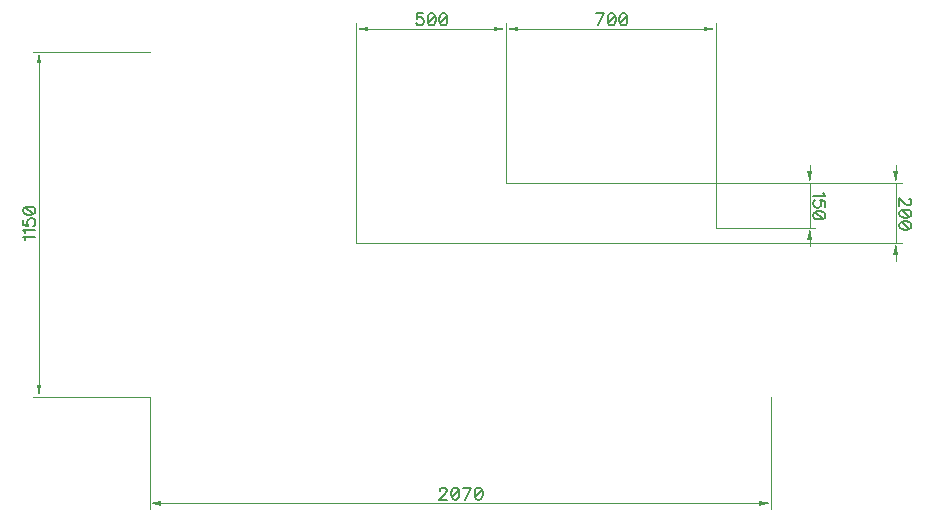
<source format=gbr>
G04 DipTrace 3.0.0.2*
G04 TopDimension.gbr*
%MOIN*%
G04 #@! TF.FileFunction,Drawing,Top*
G04 #@! TF.Part,Single*
%ADD13C,0.001378*%
%ADD82C,0.006176*%
%FSLAX26Y26*%
G04*
G70*
G90*
G75*
G01*
G04 TopDimension*
%LPD*%
X394000Y394000D2*
D13*
X5564D1*
X394000Y1544000D2*
X5564D1*
X25249Y969000D2*
Y433370D1*
G36*
Y394000D2*
X17375Y433370D1*
X33123D1*
X25249Y394000D1*
G37*
Y969000D2*
D13*
Y1504630D1*
G36*
Y1544000D2*
X33123Y1504630D1*
X17375D1*
X25249Y1544000D1*
G37*
X394000Y394000D2*
D13*
Y18066D1*
X2464000Y394000D2*
Y18066D1*
X1429000Y37751D2*
X433370D1*
G36*
X394000D2*
X433370Y45625D1*
Y29877D1*
X394000Y37751D1*
G37*
X1429000D2*
D13*
X2424630D1*
G36*
X2464000D2*
X2424630Y29877D1*
Y45625D1*
X2464000Y37751D1*
G37*
X1581500Y1106500D2*
D13*
Y1638685D1*
X2281500Y956500D2*
Y1638685D1*
X1931500Y1619000D2*
X1620870D1*
G36*
X1581500D2*
X1620870Y1626874D1*
Y1611126D1*
X1581500Y1619000D1*
G37*
X1931500D2*
D13*
X2242130D1*
G36*
X2281500D2*
X2242130Y1611126D1*
Y1626874D1*
X2281500Y1619000D1*
G37*
X1581500Y1106500D2*
D13*
X2613685D1*
X2281500Y956500D2*
X2613685D1*
X2594000Y1106500D2*
Y956500D1*
Y1165555D2*
Y1145870D1*
G36*
Y1106500D2*
X2586126Y1145870D1*
X2601874D1*
X2594000Y1106500D1*
G37*
Y897445D2*
D13*
Y917130D1*
G36*
Y956500D2*
X2601874Y917130D1*
X2586126D1*
X2594000Y956500D1*
G37*
X1081500Y906500D2*
D13*
X2901185D1*
X1581500Y1106500D2*
X2901185D1*
X2881500D2*
Y906500D1*
Y1165555D2*
Y1145870D1*
G36*
Y1106500D2*
X2873626Y1145870D1*
X2889374D1*
X2881500Y1106500D1*
G37*
Y847445D2*
D13*
Y867130D1*
G36*
Y906500D2*
X2889374Y867130D1*
X2873626D1*
X2881500Y906500D1*
G37*
X1581500Y1106500D2*
D13*
Y1638685D1*
X1081500Y906500D2*
Y1638685D1*
X1331500Y1619000D2*
X1542130D1*
G36*
X1581500D2*
X1542130Y1611126D1*
Y1626874D1*
X1581500Y1619000D1*
G37*
X1331500D2*
D13*
X1120870D1*
G36*
X1081500D2*
X1120870Y1626874D1*
Y1611126D1*
X1081500Y1619000D1*
G37*
X-19460Y917171D2*
D82*
X-21405Y921018D1*
X-27109Y926766D1*
X13039D1*
X-19460Y939117D2*
X-21405Y942964D1*
X-27109Y948712D1*
X13039D1*
X-27109Y984012D2*
Y964910D1*
X-9909Y963009D1*
X-11811Y964910D1*
X-13756Y970658D1*
Y976362D1*
X-11811Y982110D1*
X-8008Y985957D1*
X-2260Y987858D1*
X1543D1*
X7291Y985957D1*
X11137Y982110D1*
X13039Y976362D1*
Y970658D1*
X11137Y964910D1*
X9192Y963009D1*
X5389Y961064D1*
X-27109Y1011706D2*
X-25208Y1005958D1*
X-19460Y1002111D1*
X-9909Y1000210D1*
X-4161D1*
X5389Y1002111D1*
X11137Y1005958D1*
X13039Y1011706D1*
Y1015508D1*
X11137Y1021256D1*
X5389Y1025059D1*
X-4161Y1027004D1*
X-9909D1*
X-19460Y1025059D1*
X-25208Y1021256D1*
X-27109Y1015508D1*
Y1011706D1*
X-19460Y1025059D2*
X5389Y1002111D1*
X1361917Y80559D2*
Y82460D1*
X1363818Y86307D1*
X1365719Y88208D1*
X1369566Y90109D1*
X1377216D1*
X1381018Y88208D1*
X1382919Y86307D1*
X1384865Y82460D1*
Y78657D1*
X1382919Y74811D1*
X1379117Y69107D1*
X1359971Y49961D1*
X1386766D1*
X1410614Y90109D2*
X1404866Y88208D1*
X1401019Y82460D1*
X1399117Y72909D1*
Y67161D1*
X1401019Y57611D1*
X1404866Y51863D1*
X1410614Y49961D1*
X1414416D1*
X1420164Y51863D1*
X1423967Y57611D1*
X1425912Y67161D1*
Y72909D1*
X1423967Y82460D1*
X1420164Y88208D1*
X1414416Y90109D1*
X1410614D1*
X1423967Y82460D2*
X1401019Y57611D1*
X1445913Y49961D2*
X1465058Y90109D1*
X1438264D1*
X1488906D2*
X1483158Y88208D1*
X1479311Y82460D1*
X1477410Y72909D1*
Y67161D1*
X1479311Y57611D1*
X1483158Y51863D1*
X1488906Y49961D1*
X1492708D1*
X1498456Y51863D1*
X1502259Y57611D1*
X1504204Y67161D1*
Y72909D1*
X1502259Y82460D1*
X1498456Y88208D1*
X1492708Y90109D1*
X1488906D1*
X1502259Y82460D2*
X1479311Y57611D1*
X1889694Y1631211D2*
X1908839Y1671359D1*
X1882044D1*
X1932687D2*
X1926939Y1669457D1*
X1923092Y1663709D1*
X1921191Y1654159D1*
Y1648411D1*
X1923092Y1638860D1*
X1926939Y1633112D1*
X1932687Y1631211D1*
X1936489D1*
X1942237Y1633112D1*
X1946040Y1638860D1*
X1947985Y1648411D1*
Y1654159D1*
X1946040Y1663709D1*
X1942237Y1669457D1*
X1936489Y1671359D1*
X1932687D1*
X1946040Y1663709D2*
X1923092Y1638860D1*
X1971833Y1671359D2*
X1966085Y1669457D1*
X1962238Y1663709D1*
X1960337Y1654159D1*
Y1648411D1*
X1962238Y1638860D1*
X1966085Y1633112D1*
X1971833Y1631211D1*
X1975635D1*
X1981383Y1633112D1*
X1985186Y1638860D1*
X1987131Y1648411D1*
Y1654159D1*
X1985186Y1663709D1*
X1981383Y1669457D1*
X1975635Y1671359D1*
X1971833D1*
X1985186Y1663709D2*
X1962238Y1638860D1*
X2638709Y1072356D2*
X2640655Y1068509D1*
X2646359Y1062761D1*
X2606211D1*
X2646359Y1027462D2*
Y1046563D1*
X2629159Y1048464D1*
X2631060Y1046563D1*
X2633005Y1040815D1*
Y1035111D1*
X2631060Y1029363D1*
X2627257Y1025516D1*
X2621509Y1023615D1*
X2617707D1*
X2611959Y1025516D1*
X2608112Y1029363D1*
X2606211Y1035111D1*
Y1040815D1*
X2608112Y1046563D1*
X2610058Y1048464D1*
X2613860Y1050409D1*
X2646359Y999767D2*
X2644457Y1005515D1*
X2638709Y1009362D1*
X2629159Y1011263D1*
X2623411D1*
X2613860Y1009362D1*
X2608112Y1005515D1*
X2606211Y999767D1*
Y995965D1*
X2608112Y990217D1*
X2613860Y986414D1*
X2623411Y984469D1*
X2629159D1*
X2638709Y986414D1*
X2644457Y990217D1*
X2646359Y995965D1*
Y999767D1*
X2638709Y986414D2*
X2613860Y1009362D1*
X2924308Y1054010D2*
X2926209D1*
X2930056Y1052109D1*
X2931957Y1050208D1*
X2933859Y1046361D1*
Y1038711D1*
X2931957Y1034909D1*
X2930056Y1033008D1*
X2926209Y1031062D1*
X2922407D1*
X2918560Y1033008D1*
X2912856Y1036810D1*
X2893711Y1055956D1*
Y1029161D1*
X2933859Y1005313D2*
X2931957Y1011061D1*
X2926209Y1014908D1*
X2916659Y1016809D1*
X2910911D1*
X2901360Y1014908D1*
X2895612Y1011061D1*
X2893711Y1005313D1*
Y1001511D1*
X2895612Y995763D1*
X2901360Y991960D1*
X2910911Y990015D1*
X2916659D1*
X2926209Y991960D1*
X2931957Y995763D1*
X2933859Y1001511D1*
Y1005313D1*
X2926209Y991960D2*
X2901360Y1014908D1*
X2933859Y966167D2*
X2931957Y971915D1*
X2926209Y975762D1*
X2916659Y977663D1*
X2910911D1*
X2901360Y975762D1*
X2895612Y971915D1*
X2893711Y966167D1*
Y962365D1*
X2895612Y956617D1*
X2901360Y952814D1*
X2910911Y950869D1*
X2916659D1*
X2926209Y952814D1*
X2931957Y956617D1*
X2933859Y962365D1*
Y966167D1*
X2926209Y952814D2*
X2901360Y975762D1*
X1304992Y1671359D2*
X1285891D1*
X1283990Y1654159D1*
X1285891Y1656060D1*
X1291639Y1658005D1*
X1297343D1*
X1303091Y1656060D1*
X1306938Y1652257D1*
X1308839Y1646509D1*
Y1642707D1*
X1306938Y1636959D1*
X1303091Y1633112D1*
X1297343Y1631211D1*
X1291639D1*
X1285891Y1633112D1*
X1283990Y1635058D1*
X1282044Y1638860D1*
X1332687Y1671359D2*
X1326939Y1669457D1*
X1323092Y1663709D1*
X1321191Y1654159D1*
Y1648411D1*
X1323092Y1638860D1*
X1326939Y1633112D1*
X1332687Y1631211D1*
X1336489D1*
X1342237Y1633112D1*
X1346040Y1638860D1*
X1347985Y1648411D1*
Y1654159D1*
X1346040Y1663709D1*
X1342237Y1669457D1*
X1336489Y1671359D1*
X1332687D1*
X1346040Y1663709D2*
X1323092Y1638860D1*
X1371833Y1671359D2*
X1366085Y1669457D1*
X1362238Y1663709D1*
X1360337Y1654159D1*
Y1648411D1*
X1362238Y1638860D1*
X1366085Y1633112D1*
X1371833Y1631211D1*
X1375635D1*
X1381383Y1633112D1*
X1385186Y1638860D1*
X1387131Y1648411D1*
Y1654159D1*
X1385186Y1663709D1*
X1381383Y1669457D1*
X1375635Y1671359D1*
X1371833D1*
X1385186Y1663709D2*
X1362238Y1638860D1*
M02*

</source>
